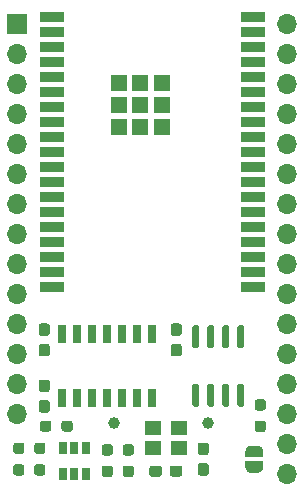
<source format=gts>
G04 #@! TF.GenerationSoftware,KiCad,Pcbnew,(5.1.10)-1*
G04 #@! TF.CreationDate,2021-11-12T09:01:22+01:00*
G04 #@! TF.ProjectId,esp32,65737033-322e-46b6-9963-61645f706362,rev?*
G04 #@! TF.SameCoordinates,Original*
G04 #@! TF.FileFunction,Soldermask,Top*
G04 #@! TF.FilePolarity,Negative*
%FSLAX46Y46*%
G04 Gerber Fmt 4.6, Leading zero omitted, Abs format (unit mm)*
G04 Created by KiCad (PCBNEW (5.1.10)-1) date 2021-11-12 09:01:22*
%MOMM*%
%LPD*%
G01*
G04 APERTURE LIST*
%ADD10C,1.000000*%
%ADD11R,1.700000X1.700000*%
%ADD12O,1.700000X1.700000*%
%ADD13R,2.000000X0.900000*%
%ADD14R,1.330000X1.330000*%
%ADD15R,0.650000X1.500000*%
%ADD16R,0.650000X1.060000*%
%ADD17R,1.400000X1.200000*%
%ADD18C,0.100000*%
G04 APERTURE END LIST*
D10*
X102515000Y-99822000D03*
X94515000Y-99822000D03*
D11*
X86360000Y-66040000D03*
D12*
X86360000Y-68580000D03*
X86360000Y-71120000D03*
X86360000Y-73660000D03*
X86360000Y-76200000D03*
X86360000Y-78740000D03*
X86360000Y-81280000D03*
X86360000Y-83820000D03*
X86360000Y-86360000D03*
X86360000Y-88900000D03*
X86360000Y-91440000D03*
X86360000Y-93980000D03*
X86360000Y-96520000D03*
X86360000Y-99060000D03*
X109220000Y-104140000D03*
X109220000Y-101600000D03*
X109220000Y-99060000D03*
X109220000Y-96520000D03*
X109220000Y-93980000D03*
X109220000Y-91440000D03*
X109220000Y-88900000D03*
X109220000Y-86360000D03*
X109220000Y-83820000D03*
X109220000Y-81280000D03*
X109220000Y-78740000D03*
X109220000Y-76200000D03*
X109220000Y-73660000D03*
X109220000Y-71120000D03*
X109220000Y-68580000D03*
X109220000Y-66040000D03*
G36*
G01*
X105133000Y-91546000D02*
X105433000Y-91546000D01*
G75*
G02*
X105583000Y-91696000I0J-150000D01*
G01*
X105583000Y-93346000D01*
G75*
G02*
X105433000Y-93496000I-150000J0D01*
G01*
X105133000Y-93496000D01*
G75*
G02*
X104983000Y-93346000I0J150000D01*
G01*
X104983000Y-91696000D01*
G75*
G02*
X105133000Y-91546000I150000J0D01*
G01*
G37*
G36*
G01*
X103863000Y-91546000D02*
X104163000Y-91546000D01*
G75*
G02*
X104313000Y-91696000I0J-150000D01*
G01*
X104313000Y-93346000D01*
G75*
G02*
X104163000Y-93496000I-150000J0D01*
G01*
X103863000Y-93496000D01*
G75*
G02*
X103713000Y-93346000I0J150000D01*
G01*
X103713000Y-91696000D01*
G75*
G02*
X103863000Y-91546000I150000J0D01*
G01*
G37*
G36*
G01*
X102593000Y-91546000D02*
X102893000Y-91546000D01*
G75*
G02*
X103043000Y-91696000I0J-150000D01*
G01*
X103043000Y-93346000D01*
G75*
G02*
X102893000Y-93496000I-150000J0D01*
G01*
X102593000Y-93496000D01*
G75*
G02*
X102443000Y-93346000I0J150000D01*
G01*
X102443000Y-91696000D01*
G75*
G02*
X102593000Y-91546000I150000J0D01*
G01*
G37*
G36*
G01*
X101323000Y-91546000D02*
X101623000Y-91546000D01*
G75*
G02*
X101773000Y-91696000I0J-150000D01*
G01*
X101773000Y-93346000D01*
G75*
G02*
X101623000Y-93496000I-150000J0D01*
G01*
X101323000Y-93496000D01*
G75*
G02*
X101173000Y-93346000I0J150000D01*
G01*
X101173000Y-91696000D01*
G75*
G02*
X101323000Y-91546000I150000J0D01*
G01*
G37*
G36*
G01*
X101323000Y-96496000D02*
X101623000Y-96496000D01*
G75*
G02*
X101773000Y-96646000I0J-150000D01*
G01*
X101773000Y-98296000D01*
G75*
G02*
X101623000Y-98446000I-150000J0D01*
G01*
X101323000Y-98446000D01*
G75*
G02*
X101173000Y-98296000I0J150000D01*
G01*
X101173000Y-96646000D01*
G75*
G02*
X101323000Y-96496000I150000J0D01*
G01*
G37*
G36*
G01*
X102593000Y-96496000D02*
X102893000Y-96496000D01*
G75*
G02*
X103043000Y-96646000I0J-150000D01*
G01*
X103043000Y-98296000D01*
G75*
G02*
X102893000Y-98446000I-150000J0D01*
G01*
X102593000Y-98446000D01*
G75*
G02*
X102443000Y-98296000I0J150000D01*
G01*
X102443000Y-96646000D01*
G75*
G02*
X102593000Y-96496000I150000J0D01*
G01*
G37*
G36*
G01*
X103863000Y-96496000D02*
X104163000Y-96496000D01*
G75*
G02*
X104313000Y-96646000I0J-150000D01*
G01*
X104313000Y-98296000D01*
G75*
G02*
X104163000Y-98446000I-150000J0D01*
G01*
X103863000Y-98446000D01*
G75*
G02*
X103713000Y-98296000I0J150000D01*
G01*
X103713000Y-96646000D01*
G75*
G02*
X103863000Y-96496000I150000J0D01*
G01*
G37*
G36*
G01*
X105133000Y-96496000D02*
X105433000Y-96496000D01*
G75*
G02*
X105583000Y-96646000I0J-150000D01*
G01*
X105583000Y-98296000D01*
G75*
G02*
X105433000Y-98446000I-150000J0D01*
G01*
X105133000Y-98446000D01*
G75*
G02*
X104983000Y-98296000I0J150000D01*
G01*
X104983000Y-96646000D01*
G75*
G02*
X105133000Y-96496000I150000J0D01*
G01*
G37*
D13*
X89290000Y-65400000D03*
X89290000Y-66670000D03*
X89290000Y-67940000D03*
X89290000Y-69210000D03*
X89290000Y-70480000D03*
X89290000Y-71750000D03*
X89290000Y-73020000D03*
X89290000Y-74290000D03*
X89290000Y-75560000D03*
X89290000Y-76830000D03*
X89290000Y-78100000D03*
X89290000Y-79370000D03*
X89290000Y-80640000D03*
X89290000Y-81910000D03*
X89290000Y-83180000D03*
X89290000Y-84450000D03*
X89290000Y-85720000D03*
X89290000Y-86990000D03*
X89290000Y-88260000D03*
X106290000Y-88260000D03*
X106290000Y-86990000D03*
X106290000Y-85720000D03*
X106290000Y-84450000D03*
X106290000Y-83180000D03*
X106290000Y-81910000D03*
X106290000Y-80640000D03*
X106290000Y-79370000D03*
X106290000Y-78100000D03*
X106290000Y-76830000D03*
X106290000Y-75560000D03*
X106290000Y-74290000D03*
X106290000Y-73020000D03*
X106290000Y-71750000D03*
X106290000Y-70480000D03*
X106290000Y-69210000D03*
X106290000Y-67940000D03*
X106290000Y-66670000D03*
X106290000Y-65400000D03*
D14*
X96790000Y-72900000D03*
X94955000Y-71065000D03*
X94955000Y-72900000D03*
X94955000Y-74735000D03*
X96790000Y-74735000D03*
X98625000Y-74735000D03*
X98625000Y-72900000D03*
X98625000Y-71065000D03*
X96790000Y-71065000D03*
D15*
X90170000Y-97696000D03*
X91440000Y-97696000D03*
X92710000Y-97696000D03*
X93980000Y-97696000D03*
X95250000Y-97696000D03*
X96520000Y-97696000D03*
X97790000Y-97696000D03*
X97790000Y-92296000D03*
X96520000Y-92296000D03*
X95250000Y-92296000D03*
X93980000Y-92296000D03*
X92710000Y-92296000D03*
X91440000Y-92296000D03*
X90170000Y-92296000D03*
D16*
X90236000Y-104097000D03*
X91186000Y-104097000D03*
X92136000Y-104097000D03*
X92136000Y-101897000D03*
X90236000Y-101897000D03*
X91186000Y-101897000D03*
G36*
G01*
X98608000Y-103648500D02*
X98608000Y-104123500D01*
G75*
G02*
X98370500Y-104361000I-237500J0D01*
G01*
X97770500Y-104361000D01*
G75*
G02*
X97533000Y-104123500I0J237500D01*
G01*
X97533000Y-103648500D01*
G75*
G02*
X97770500Y-103411000I237500J0D01*
G01*
X98370500Y-103411000D01*
G75*
G02*
X98608000Y-103648500I0J-237500D01*
G01*
G37*
G36*
G01*
X100333000Y-103648500D02*
X100333000Y-104123500D01*
G75*
G02*
X100095500Y-104361000I-237500J0D01*
G01*
X99495500Y-104361000D01*
G75*
G02*
X99258000Y-104123500I0J237500D01*
G01*
X99258000Y-103648500D01*
G75*
G02*
X99495500Y-103411000I237500J0D01*
G01*
X100095500Y-103411000D01*
G75*
G02*
X100333000Y-103648500I0J-237500D01*
G01*
G37*
G36*
G01*
X101870500Y-101470000D02*
X102345500Y-101470000D01*
G75*
G02*
X102583000Y-101707500I0J-237500D01*
G01*
X102583000Y-102307500D01*
G75*
G02*
X102345500Y-102545000I-237500J0D01*
G01*
X101870500Y-102545000D01*
G75*
G02*
X101633000Y-102307500I0J237500D01*
G01*
X101633000Y-101707500D01*
G75*
G02*
X101870500Y-101470000I237500J0D01*
G01*
G37*
G36*
G01*
X101870500Y-103195000D02*
X102345500Y-103195000D01*
G75*
G02*
X102583000Y-103432500I0J-237500D01*
G01*
X102583000Y-104032500D01*
G75*
G02*
X102345500Y-104270000I-237500J0D01*
G01*
X101870500Y-104270000D01*
G75*
G02*
X101633000Y-104032500I0J237500D01*
G01*
X101633000Y-103432500D01*
G75*
G02*
X101870500Y-103195000I237500J0D01*
G01*
G37*
G36*
G01*
X99584500Y-93101000D02*
X100059500Y-93101000D01*
G75*
G02*
X100297000Y-93338500I0J-237500D01*
G01*
X100297000Y-93938500D01*
G75*
G02*
X100059500Y-94176000I-237500J0D01*
G01*
X99584500Y-94176000D01*
G75*
G02*
X99347000Y-93938500I0J237500D01*
G01*
X99347000Y-93338500D01*
G75*
G02*
X99584500Y-93101000I237500J0D01*
G01*
G37*
G36*
G01*
X99584500Y-91376000D02*
X100059500Y-91376000D01*
G75*
G02*
X100297000Y-91613500I0J-237500D01*
G01*
X100297000Y-92213500D01*
G75*
G02*
X100059500Y-92451000I-237500J0D01*
G01*
X99584500Y-92451000D01*
G75*
G02*
X99347000Y-92213500I0J237500D01*
G01*
X99347000Y-91613500D01*
G75*
G02*
X99584500Y-91376000I237500J0D01*
G01*
G37*
G36*
G01*
X88408500Y-91376000D02*
X88883500Y-91376000D01*
G75*
G02*
X89121000Y-91613500I0J-237500D01*
G01*
X89121000Y-92213500D01*
G75*
G02*
X88883500Y-92451000I-237500J0D01*
G01*
X88408500Y-92451000D01*
G75*
G02*
X88171000Y-92213500I0J237500D01*
G01*
X88171000Y-91613500D01*
G75*
G02*
X88408500Y-91376000I237500J0D01*
G01*
G37*
G36*
G01*
X88408500Y-93101000D02*
X88883500Y-93101000D01*
G75*
G02*
X89121000Y-93338500I0J-237500D01*
G01*
X89121000Y-93938500D01*
G75*
G02*
X88883500Y-94176000I-237500J0D01*
G01*
X88408500Y-94176000D01*
G75*
G02*
X88171000Y-93938500I0J237500D01*
G01*
X88171000Y-93338500D01*
G75*
G02*
X88408500Y-93101000I237500J0D01*
G01*
G37*
G36*
G01*
X88883500Y-98936000D02*
X88408500Y-98936000D01*
G75*
G02*
X88171000Y-98698500I0J237500D01*
G01*
X88171000Y-98098500D01*
G75*
G02*
X88408500Y-97861000I237500J0D01*
G01*
X88883500Y-97861000D01*
G75*
G02*
X89121000Y-98098500I0J-237500D01*
G01*
X89121000Y-98698500D01*
G75*
G02*
X88883500Y-98936000I-237500J0D01*
G01*
G37*
G36*
G01*
X88883500Y-97211000D02*
X88408500Y-97211000D01*
G75*
G02*
X88171000Y-96973500I0J237500D01*
G01*
X88171000Y-96373500D01*
G75*
G02*
X88408500Y-96136000I237500J0D01*
G01*
X88883500Y-96136000D01*
G75*
G02*
X89121000Y-96373500I0J-237500D01*
G01*
X89121000Y-96973500D01*
G75*
G02*
X88883500Y-97211000I-237500J0D01*
G01*
G37*
G36*
G01*
X94217500Y-104397000D02*
X93742500Y-104397000D01*
G75*
G02*
X93505000Y-104159500I0J237500D01*
G01*
X93505000Y-103659500D01*
G75*
G02*
X93742500Y-103422000I237500J0D01*
G01*
X94217500Y-103422000D01*
G75*
G02*
X94455000Y-103659500I0J-237500D01*
G01*
X94455000Y-104159500D01*
G75*
G02*
X94217500Y-104397000I-237500J0D01*
G01*
G37*
G36*
G01*
X94217500Y-102572000D02*
X93742500Y-102572000D01*
G75*
G02*
X93505000Y-102334500I0J237500D01*
G01*
X93505000Y-101834500D01*
G75*
G02*
X93742500Y-101597000I237500J0D01*
G01*
X94217500Y-101597000D01*
G75*
G02*
X94455000Y-101834500I0J-237500D01*
G01*
X94455000Y-102334500D01*
G75*
G02*
X94217500Y-102572000I-237500J0D01*
G01*
G37*
G36*
G01*
X88502500Y-102445000D02*
X88027500Y-102445000D01*
G75*
G02*
X87790000Y-102207500I0J237500D01*
G01*
X87790000Y-101707500D01*
G75*
G02*
X88027500Y-101470000I237500J0D01*
G01*
X88502500Y-101470000D01*
G75*
G02*
X88740000Y-101707500I0J-237500D01*
G01*
X88740000Y-102207500D01*
G75*
G02*
X88502500Y-102445000I-237500J0D01*
G01*
G37*
G36*
G01*
X88502500Y-104270000D02*
X88027500Y-104270000D01*
G75*
G02*
X87790000Y-104032500I0J237500D01*
G01*
X87790000Y-103532500D01*
G75*
G02*
X88027500Y-103295000I237500J0D01*
G01*
X88502500Y-103295000D01*
G75*
G02*
X88740000Y-103532500I0J-237500D01*
G01*
X88740000Y-104032500D01*
G75*
G02*
X88502500Y-104270000I-237500J0D01*
G01*
G37*
G36*
G01*
X86249500Y-101470000D02*
X86724500Y-101470000D01*
G75*
G02*
X86962000Y-101707500I0J-237500D01*
G01*
X86962000Y-102207500D01*
G75*
G02*
X86724500Y-102445000I-237500J0D01*
G01*
X86249500Y-102445000D01*
G75*
G02*
X86012000Y-102207500I0J237500D01*
G01*
X86012000Y-101707500D01*
G75*
G02*
X86249500Y-101470000I237500J0D01*
G01*
G37*
G36*
G01*
X86249500Y-103295000D02*
X86724500Y-103295000D01*
G75*
G02*
X86962000Y-103532500I0J-237500D01*
G01*
X86962000Y-104032500D01*
G75*
G02*
X86724500Y-104270000I-237500J0D01*
G01*
X86249500Y-104270000D01*
G75*
G02*
X86012000Y-104032500I0J237500D01*
G01*
X86012000Y-103532500D01*
G75*
G02*
X86249500Y-103295000I237500J0D01*
G01*
G37*
G36*
G01*
X95520500Y-103422000D02*
X95995500Y-103422000D01*
G75*
G02*
X96233000Y-103659500I0J-237500D01*
G01*
X96233000Y-104159500D01*
G75*
G02*
X95995500Y-104397000I-237500J0D01*
G01*
X95520500Y-104397000D01*
G75*
G02*
X95283000Y-104159500I0J237500D01*
G01*
X95283000Y-103659500D01*
G75*
G02*
X95520500Y-103422000I237500J0D01*
G01*
G37*
G36*
G01*
X95520500Y-101597000D02*
X95995500Y-101597000D01*
G75*
G02*
X96233000Y-101834500I0J-237500D01*
G01*
X96233000Y-102334500D01*
G75*
G02*
X95995500Y-102572000I-237500J0D01*
G01*
X95520500Y-102572000D01*
G75*
G02*
X95283000Y-102334500I0J237500D01*
G01*
X95283000Y-101834500D01*
G75*
G02*
X95520500Y-101597000I237500J0D01*
G01*
G37*
G36*
G01*
X107171500Y-98762000D02*
X106696500Y-98762000D01*
G75*
G02*
X106459000Y-98524500I0J237500D01*
G01*
X106459000Y-98024500D01*
G75*
G02*
X106696500Y-97787000I237500J0D01*
G01*
X107171500Y-97787000D01*
G75*
G02*
X107409000Y-98024500I0J-237500D01*
G01*
X107409000Y-98524500D01*
G75*
G02*
X107171500Y-98762000I-237500J0D01*
G01*
G37*
G36*
G01*
X107171500Y-100587000D02*
X106696500Y-100587000D01*
G75*
G02*
X106459000Y-100349500I0J237500D01*
G01*
X106459000Y-99849500D01*
G75*
G02*
X106696500Y-99612000I237500J0D01*
G01*
X107171500Y-99612000D01*
G75*
G02*
X107409000Y-99849500I0J-237500D01*
G01*
X107409000Y-100349500D01*
G75*
G02*
X107171500Y-100587000I-237500J0D01*
G01*
G37*
G36*
G01*
X91062000Y-99838500D02*
X91062000Y-100313500D01*
G75*
G02*
X90824500Y-100551000I-237500J0D01*
G01*
X90324500Y-100551000D01*
G75*
G02*
X90087000Y-100313500I0J237500D01*
G01*
X90087000Y-99838500D01*
G75*
G02*
X90324500Y-99601000I237500J0D01*
G01*
X90824500Y-99601000D01*
G75*
G02*
X91062000Y-99838500I0J-237500D01*
G01*
G37*
G36*
G01*
X89237000Y-99838500D02*
X89237000Y-100313500D01*
G75*
G02*
X88999500Y-100551000I-237500J0D01*
G01*
X88499500Y-100551000D01*
G75*
G02*
X88262000Y-100313500I0J237500D01*
G01*
X88262000Y-99838500D01*
G75*
G02*
X88499500Y-99601000I237500J0D01*
G01*
X88999500Y-99601000D01*
G75*
G02*
X89237000Y-99838500I0J-237500D01*
G01*
G37*
D17*
X100033000Y-100242000D03*
X97833000Y-100242000D03*
X97833000Y-101942000D03*
X100033000Y-101942000D03*
D18*
G36*
X107176000Y-103020000D02*
G01*
X107176000Y-103520000D01*
X107175398Y-103520000D01*
X107175398Y-103544534D01*
X107170588Y-103593365D01*
X107161016Y-103641490D01*
X107146772Y-103688445D01*
X107127995Y-103733778D01*
X107104864Y-103777051D01*
X107077604Y-103817850D01*
X107046476Y-103855779D01*
X107011779Y-103890476D01*
X106973850Y-103921604D01*
X106933051Y-103948864D01*
X106889778Y-103971995D01*
X106844445Y-103990772D01*
X106797490Y-104005016D01*
X106749365Y-104014588D01*
X106700534Y-104019398D01*
X106676000Y-104019398D01*
X106676000Y-104020000D01*
X106176000Y-104020000D01*
X106176000Y-104019398D01*
X106151466Y-104019398D01*
X106102635Y-104014588D01*
X106054510Y-104005016D01*
X106007555Y-103990772D01*
X105962222Y-103971995D01*
X105918949Y-103948864D01*
X105878150Y-103921604D01*
X105840221Y-103890476D01*
X105805524Y-103855779D01*
X105774396Y-103817850D01*
X105747136Y-103777051D01*
X105724005Y-103733778D01*
X105705228Y-103688445D01*
X105690984Y-103641490D01*
X105681412Y-103593365D01*
X105676602Y-103544534D01*
X105676602Y-103520000D01*
X105676000Y-103520000D01*
X105676000Y-103020000D01*
X107176000Y-103020000D01*
G37*
G36*
X105676602Y-102220000D02*
G01*
X105676602Y-102195466D01*
X105681412Y-102146635D01*
X105690984Y-102098510D01*
X105705228Y-102051555D01*
X105724005Y-102006222D01*
X105747136Y-101962949D01*
X105774396Y-101922150D01*
X105805524Y-101884221D01*
X105840221Y-101849524D01*
X105878150Y-101818396D01*
X105918949Y-101791136D01*
X105962222Y-101768005D01*
X106007555Y-101749228D01*
X106054510Y-101734984D01*
X106102635Y-101725412D01*
X106151466Y-101720602D01*
X106176000Y-101720602D01*
X106176000Y-101720000D01*
X106676000Y-101720000D01*
X106676000Y-101720602D01*
X106700534Y-101720602D01*
X106749365Y-101725412D01*
X106797490Y-101734984D01*
X106844445Y-101749228D01*
X106889778Y-101768005D01*
X106933051Y-101791136D01*
X106973850Y-101818396D01*
X107011779Y-101849524D01*
X107046476Y-101884221D01*
X107077604Y-101922150D01*
X107104864Y-101962949D01*
X107127995Y-102006222D01*
X107146772Y-102051555D01*
X107161016Y-102098510D01*
X107170588Y-102146635D01*
X107175398Y-102195466D01*
X107175398Y-102220000D01*
X107176000Y-102220000D01*
X107176000Y-102720000D01*
X105676000Y-102720000D01*
X105676000Y-102220000D01*
X105676602Y-102220000D01*
G37*
M02*

</source>
